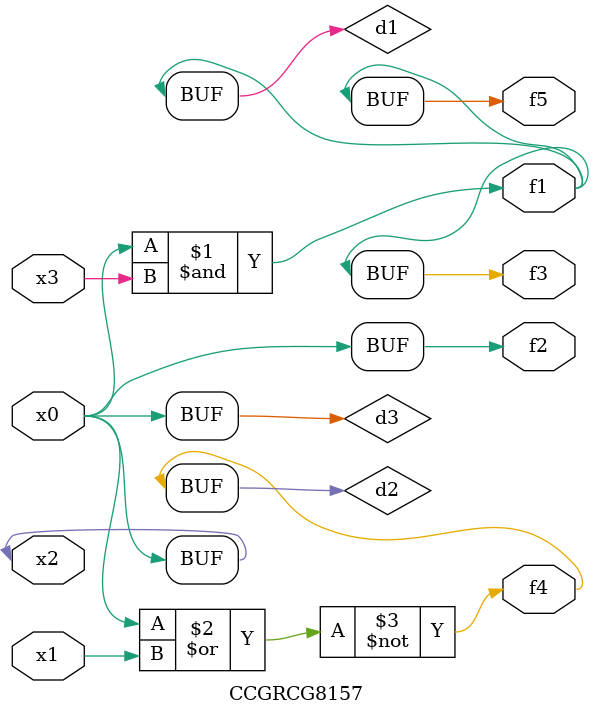
<source format=v>
module CCGRCG8157(
	input x0, x1, x2, x3,
	output f1, f2, f3, f4, f5
);

	wire d1, d2, d3;

	and (d1, x2, x3);
	nor (d2, x0, x1);
	buf (d3, x0, x2);
	assign f1 = d1;
	assign f2 = d3;
	assign f3 = d1;
	assign f4 = d2;
	assign f5 = d1;
endmodule

</source>
